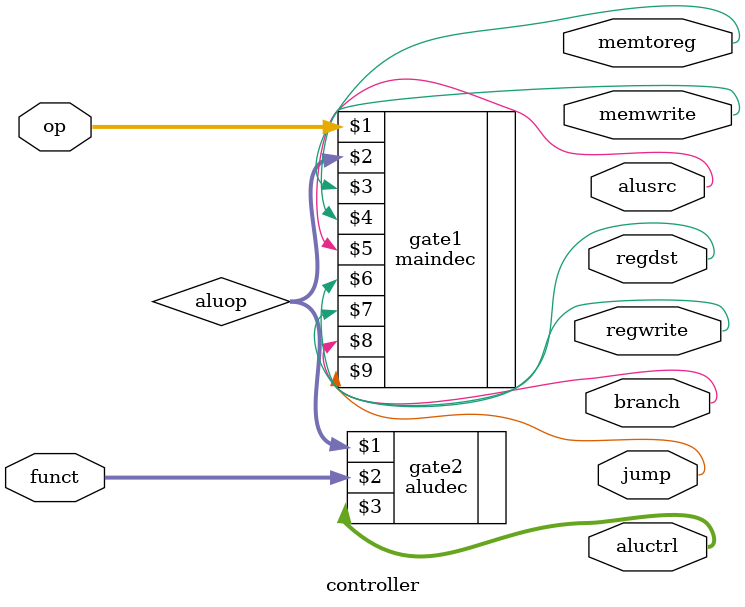
<source format=v>
`timescale 1ns / 1ps
/* Controller£ºÊäÈëIR[31:26]¡¢IR[5:0]£¬Êä³ö
    memtoreg£ºÐ´»ØregisterµÄÊý¾ÝÀ´×Ô £¨RÐÍ£©ALU¼ÆËã½á¹û or £¨lw£©´æ´¢Æ÷¶ÁÈ¡µÄÊý¾Ý
    memwrite£ºÊÇ·ñÐèÒªÐ´£¨sw£©Êý¾Ý¼Ä´æÆ÷
    pcsrc£ºÏÂÒ»¸öµØÖ·ÊÇ·ñÎªPC+4
    alusrc£º´«ÈëALU B¶Ë¿ÚµÄÖµÊÇ£¨addi£©32Î»Á¢¼´Êý or £¨R/sw/beq£©¼Ä´æÆ÷¶Ñ¶ÁÈ¡µÄÊý¾Ý
    regdst£ºÐ´Èë´æ´¢Æ÷¶ÑµÄµØÖ·ÊÇ£¨lw£©rt(0) or £¨RÐÍ£©rd(1) £¨ÅäºÏregwriteÐÅºÅ£©
    regwrite£ºÊÇ·ñÐèÒªÐ´¼Ä´æÆ÷¶Ñ£¨RÐÍ¡¢lwÐèÒªÐ´»Ø¼Ä´æÆ÷¶Ñ£©
    branch£ºÊÇ·ñÂú×ãbranchÖ¸ÁîµÄÌø×ªÌõ¼þ
    jump£ºÊÇ·ñÎªjumpÖ¸Áî
    alucontrol£ºALU¿ØÖÆÐÅºÅ£¬Ö»ÒªÇóÊµÏÖRÐÍÖ¸ÁîµÄadd¡¢sub¡¢and¡¢or¡¢slt
    ÉÏÊöÐÅºÅ³ýÁËalucontrolÓÉALU decoder¸ºÔðÒëÂëÊä³ö£¬ÆäÓà¾ùÔÚMain decoderÖÐÊä³ö¡£ÖÐ¼äÐÅºÅaluop
ÓÉMain decoderÊä³ö²¢ÊäÈëALU decoder¡£

Ô­Àí£º32Î»MIPSÖ¸ÁîÔÚ²»Í¬ÀàÐÍÖ¸ÁîÖÐ·Ö±ðÓÐ²»Í¬½á¹¹¡£µ«IR[31:26]±íÊ¾µÄopcode£¬IR[5:0] ±íÊ¾µÄfunct£¬
ÎªÒëÂë½×¶ÎÃ÷È·Ö¸Áî¿ØÖÆÐÅºÅµÄÖ÷Òª×Ö¶Î¡£¸ù¾ÝÊµÑéÒªÇó£¬ÊµÏÖR¡¢lw¡¢sw¡¢beq¡¢addi¡¢jÐÍÖ¸ÁîµÄÒëÂë¡£
    ÓÉÓÚ°üº¬Main decoderºÍALU decoder£¬Òò´Ë·ÖÄ£¿é±àÐ´£¬Controller¶¥²ãµ÷ÓÃ¡£Main decoderÊäÈëIR[31:26]
×÷Îªopcode£¬Êä³ömemtoreg¡¢memwrite¡¢pcsrc¡¢alusrc¡¢regdst¡¢regwrite¡¢branch¡¢jumpºÍaluop£¬ALU decoder
ÊäÈëaluopºÍIR[5:0]×÷Îªfunct£¬Êä³öalu control
*/

module controller(
    input wire[5:0] op,
    input wire[5:0] funct,
    output wire[2:0] aluctrl,
    output wire memtoreg,memwrite,alusrc,regdst,regwrite,branch,jump
);
    wire[1:0] aluop;
    maindec gate1(op,aluop,memtoreg,memwrite,alusrc,regdst,regwrite,branch,jump);
    aludec gate2(aluop,funct,aluctrl);
    
endmodule

</source>
